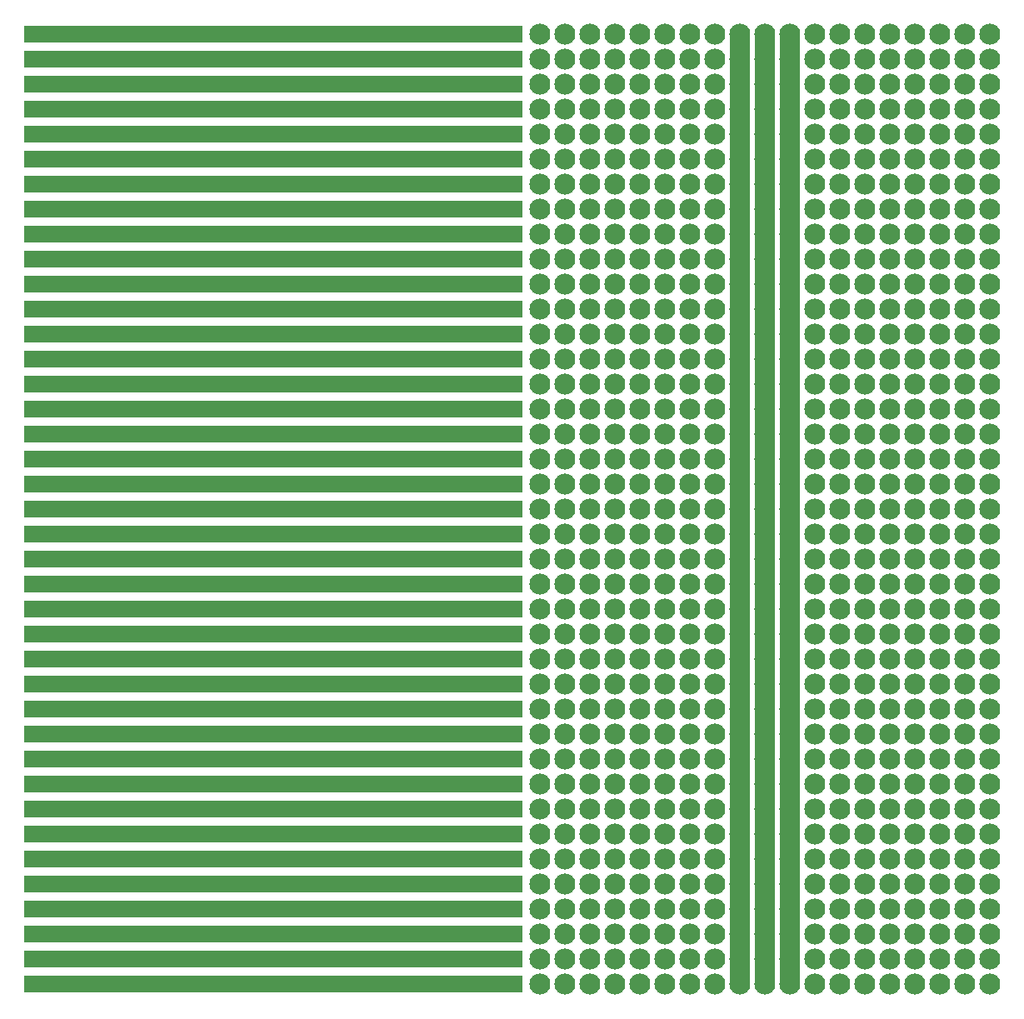
<source format=gts>
G75*
%MOIN*%
%OFA0B0*%
%FSLAX24Y24*%
%IPPOS*%
%LPD*%
%AMOC8*
5,1,8,0,0,1.08239X$1,22.5*
%
%ADD10R,1.9941X0.0681*%
%ADD11R,0.0846X3.8051*%
%ADD12C,0.0840*%
D10*
X010268Y000910D03*
X010268Y001910D03*
X010268Y002910D03*
X010268Y003910D03*
X010268Y004910D03*
X010268Y005910D03*
X010268Y006910D03*
X010268Y007910D03*
X010268Y008910D03*
X010268Y009910D03*
X010268Y010910D03*
X010268Y011910D03*
X010268Y012910D03*
X010268Y013910D03*
X010268Y014910D03*
X010268Y015910D03*
X010268Y016910D03*
X010268Y017910D03*
X010268Y018910D03*
X010268Y019910D03*
X010268Y020910D03*
X010268Y021910D03*
X010268Y022910D03*
X010268Y023910D03*
X010268Y024910D03*
X010268Y025910D03*
X010268Y026910D03*
X010268Y027910D03*
X010268Y028910D03*
X010268Y029910D03*
X010268Y030910D03*
X010268Y031910D03*
X010268Y032910D03*
X010268Y033910D03*
X010268Y034910D03*
X010268Y035910D03*
X010268Y036910D03*
X010268Y037910D03*
X010268Y038910D03*
D11*
X028910Y019914D03*
X029910Y019914D03*
X030910Y019914D03*
D12*
X030910Y019910D03*
X030910Y020910D03*
X029910Y020910D03*
X029910Y019910D03*
X029910Y018910D03*
X029910Y017910D03*
X030910Y017910D03*
X030910Y018910D03*
X031910Y018910D03*
X031910Y017910D03*
X032910Y017910D03*
X032910Y018910D03*
X032910Y019910D03*
X032910Y020910D03*
X031910Y020910D03*
X031910Y019910D03*
X031910Y021910D03*
X031910Y022910D03*
X032910Y022910D03*
X032910Y021910D03*
X033910Y021910D03*
X033910Y022910D03*
X034910Y022910D03*
X034910Y021910D03*
X034910Y020910D03*
X034910Y019910D03*
X033910Y019910D03*
X033910Y020910D03*
X033910Y018910D03*
X033910Y017910D03*
X034910Y017910D03*
X034910Y018910D03*
X035910Y018910D03*
X035910Y017910D03*
X036910Y017910D03*
X036910Y018910D03*
X036910Y019910D03*
X036910Y020910D03*
X035910Y020910D03*
X035910Y019910D03*
X035910Y021910D03*
X035910Y022910D03*
X036910Y022910D03*
X036910Y021910D03*
X037910Y021910D03*
X037910Y022910D03*
X037910Y023910D03*
X037910Y024910D03*
X037910Y025910D03*
X037910Y026910D03*
X037910Y027910D03*
X037910Y028910D03*
X037910Y029910D03*
X037910Y030910D03*
X037910Y031910D03*
X037910Y032910D03*
X037910Y033910D03*
X037910Y034910D03*
X037910Y035910D03*
X037910Y036910D03*
X037910Y037910D03*
X037910Y038910D03*
X036910Y038910D03*
X035910Y038910D03*
X035910Y037910D03*
X036910Y037910D03*
X036910Y036910D03*
X036910Y035910D03*
X035910Y035910D03*
X035910Y036910D03*
X034910Y036910D03*
X034910Y035910D03*
X033910Y035910D03*
X033910Y036910D03*
X033910Y037910D03*
X034910Y037910D03*
X034910Y038910D03*
X033910Y038910D03*
X032910Y038910D03*
X031910Y038910D03*
X031910Y037910D03*
X032910Y037910D03*
X032910Y036910D03*
X032910Y035910D03*
X031910Y035910D03*
X031910Y036910D03*
X030910Y036910D03*
X030910Y035910D03*
X029910Y035910D03*
X029910Y036910D03*
X029910Y037910D03*
X030910Y037910D03*
X030910Y038910D03*
X029910Y038910D03*
X028910Y038910D03*
X027910Y038910D03*
X027910Y037910D03*
X028910Y037910D03*
X028910Y036910D03*
X028910Y035910D03*
X027910Y035910D03*
X027910Y036910D03*
X026910Y036910D03*
X026910Y035910D03*
X025910Y035910D03*
X025910Y036910D03*
X025910Y037910D03*
X026910Y037910D03*
X026910Y038910D03*
X025910Y038910D03*
X024910Y038910D03*
X023910Y038910D03*
X023910Y037910D03*
X024910Y037910D03*
X024910Y036910D03*
X024910Y035910D03*
X023910Y035910D03*
X023910Y036910D03*
X022910Y036910D03*
X022910Y035910D03*
X021910Y035910D03*
X021910Y036910D03*
X021910Y037910D03*
X022910Y037910D03*
X022910Y038910D03*
X021910Y038910D03*
X020910Y038910D03*
X020910Y037910D03*
X020910Y036910D03*
X020910Y035910D03*
X020910Y034910D03*
X020910Y033910D03*
X020910Y032910D03*
X020910Y031910D03*
X020910Y030910D03*
X020910Y029910D03*
X020910Y028910D03*
X020910Y027910D03*
X020910Y026910D03*
X020910Y025910D03*
X020910Y024910D03*
X020910Y023910D03*
X020910Y022910D03*
X020910Y021910D03*
X020910Y020910D03*
X020910Y019910D03*
X020910Y018910D03*
X020910Y017910D03*
X020910Y016910D03*
X020910Y015910D03*
X020910Y014910D03*
X020910Y013910D03*
X020910Y012910D03*
X020910Y011910D03*
X020910Y010910D03*
X020910Y009910D03*
X020910Y008910D03*
X020910Y007910D03*
X020910Y006910D03*
X020910Y005910D03*
X020910Y004910D03*
X020910Y003910D03*
X020910Y002910D03*
X020910Y001910D03*
X020910Y000910D03*
X021910Y000910D03*
X021910Y001910D03*
X022910Y001910D03*
X022910Y000910D03*
X023910Y000910D03*
X023910Y001910D03*
X024910Y001910D03*
X024910Y000910D03*
X025910Y000910D03*
X025910Y001910D03*
X026910Y001910D03*
X026910Y000910D03*
X027910Y000910D03*
X027910Y001910D03*
X028910Y001910D03*
X028910Y000910D03*
X029910Y000910D03*
X029910Y001910D03*
X030910Y001910D03*
X030910Y000910D03*
X031910Y000910D03*
X031910Y001910D03*
X032910Y001910D03*
X032910Y000910D03*
X033910Y000910D03*
X033910Y001910D03*
X034910Y001910D03*
X034910Y000910D03*
X035910Y000910D03*
X035910Y001910D03*
X036910Y001910D03*
X036910Y000910D03*
X037910Y000910D03*
X037910Y001910D03*
X037910Y002910D03*
X037910Y003910D03*
X037910Y004910D03*
X037910Y005910D03*
X037910Y006910D03*
X037910Y007910D03*
X037910Y008910D03*
X037910Y009910D03*
X037910Y010910D03*
X037910Y011910D03*
X037910Y012910D03*
X037910Y013910D03*
X037910Y014910D03*
X037910Y015910D03*
X037910Y016910D03*
X037910Y017910D03*
X037910Y018910D03*
X037910Y019910D03*
X037910Y020910D03*
X038910Y020910D03*
X038910Y019910D03*
X038910Y018910D03*
X038910Y017910D03*
X038910Y016910D03*
X038910Y015910D03*
X038910Y014910D03*
X038910Y013910D03*
X038910Y012910D03*
X038910Y011910D03*
X038910Y010910D03*
X038910Y009910D03*
X038910Y008910D03*
X038910Y007910D03*
X038910Y006910D03*
X038910Y005910D03*
X038910Y004910D03*
X038910Y003910D03*
X038910Y002910D03*
X038910Y001910D03*
X038910Y000910D03*
X036910Y002910D03*
X036910Y003910D03*
X035910Y003910D03*
X035910Y002910D03*
X034910Y002910D03*
X034910Y003910D03*
X033910Y003910D03*
X033910Y002910D03*
X032910Y002910D03*
X032910Y003910D03*
X031910Y003910D03*
X031910Y002910D03*
X030910Y002910D03*
X030910Y003910D03*
X029910Y003910D03*
X029910Y002910D03*
X028910Y002910D03*
X028910Y003910D03*
X027910Y003910D03*
X027910Y002910D03*
X026910Y002910D03*
X026910Y003910D03*
X025910Y003910D03*
X025910Y002910D03*
X024910Y002910D03*
X024910Y003910D03*
X023910Y003910D03*
X023910Y002910D03*
X022910Y002910D03*
X022910Y003910D03*
X021910Y003910D03*
X021910Y002910D03*
X021910Y004910D03*
X021910Y005910D03*
X022910Y005910D03*
X022910Y004910D03*
X023910Y004910D03*
X023910Y005910D03*
X024910Y005910D03*
X024910Y004910D03*
X025910Y004910D03*
X025910Y005910D03*
X026910Y005910D03*
X026910Y004910D03*
X027910Y004910D03*
X027910Y005910D03*
X028910Y005910D03*
X028910Y004910D03*
X029910Y004910D03*
X029910Y005910D03*
X030910Y005910D03*
X030910Y004910D03*
X031910Y004910D03*
X031910Y005910D03*
X032910Y005910D03*
X032910Y004910D03*
X033910Y004910D03*
X033910Y005910D03*
X034910Y005910D03*
X034910Y004910D03*
X035910Y004910D03*
X035910Y005910D03*
X036910Y005910D03*
X036910Y004910D03*
X036910Y006910D03*
X036910Y007910D03*
X035910Y007910D03*
X035910Y006910D03*
X034910Y006910D03*
X034910Y007910D03*
X033910Y007910D03*
X033910Y006910D03*
X032910Y006910D03*
X032910Y007910D03*
X031910Y007910D03*
X031910Y006910D03*
X030910Y006910D03*
X030910Y007910D03*
X029910Y007910D03*
X029910Y006910D03*
X028910Y006910D03*
X028910Y007910D03*
X027910Y007910D03*
X027910Y006910D03*
X026910Y006910D03*
X026910Y007910D03*
X025910Y007910D03*
X025910Y006910D03*
X024910Y006910D03*
X024910Y007910D03*
X023910Y007910D03*
X023910Y006910D03*
X022910Y006910D03*
X022910Y007910D03*
X021910Y007910D03*
X021910Y006910D03*
X021910Y008910D03*
X021910Y009910D03*
X022910Y009910D03*
X022910Y008910D03*
X023910Y008910D03*
X023910Y009910D03*
X024910Y009910D03*
X024910Y008910D03*
X025910Y008910D03*
X025910Y009910D03*
X026910Y009910D03*
X026910Y008910D03*
X027910Y008910D03*
X027910Y009910D03*
X028910Y009910D03*
X028910Y008910D03*
X029910Y008910D03*
X029910Y009910D03*
X030910Y009910D03*
X030910Y008910D03*
X031910Y008910D03*
X031910Y009910D03*
X032910Y009910D03*
X032910Y008910D03*
X033910Y008910D03*
X033910Y009910D03*
X034910Y009910D03*
X034910Y008910D03*
X035910Y008910D03*
X035910Y009910D03*
X036910Y009910D03*
X036910Y008910D03*
X036910Y010910D03*
X035910Y010910D03*
X035910Y011910D03*
X035910Y012910D03*
X036910Y012910D03*
X036910Y011910D03*
X036910Y013910D03*
X036910Y014910D03*
X035910Y014910D03*
X035910Y013910D03*
X034910Y013910D03*
X034910Y014910D03*
X033910Y014910D03*
X033910Y013910D03*
X033910Y012910D03*
X033910Y011910D03*
X034910Y011910D03*
X034910Y012910D03*
X034910Y010910D03*
X033910Y010910D03*
X032910Y010910D03*
X031910Y010910D03*
X031910Y011910D03*
X031910Y012910D03*
X032910Y012910D03*
X032910Y011910D03*
X032910Y013910D03*
X032910Y014910D03*
X031910Y014910D03*
X031910Y013910D03*
X030910Y013910D03*
X030910Y014910D03*
X029910Y014910D03*
X029910Y013910D03*
X029910Y012910D03*
X029910Y011910D03*
X030910Y011910D03*
X030910Y012910D03*
X030910Y010910D03*
X029910Y010910D03*
X028910Y010910D03*
X027910Y010910D03*
X027910Y011910D03*
X027910Y012910D03*
X028910Y012910D03*
X028910Y011910D03*
X028910Y013910D03*
X028910Y014910D03*
X027910Y014910D03*
X027910Y013910D03*
X026910Y013910D03*
X026910Y014910D03*
X025910Y014910D03*
X025910Y013910D03*
X025910Y012910D03*
X025910Y011910D03*
X026910Y011910D03*
X026910Y012910D03*
X026910Y010910D03*
X025910Y010910D03*
X024910Y010910D03*
X023910Y010910D03*
X023910Y011910D03*
X023910Y012910D03*
X024910Y012910D03*
X024910Y011910D03*
X024910Y013910D03*
X024910Y014910D03*
X023910Y014910D03*
X023910Y013910D03*
X022910Y013910D03*
X022910Y014910D03*
X021910Y014910D03*
X021910Y013910D03*
X021910Y012910D03*
X021910Y011910D03*
X022910Y011910D03*
X022910Y012910D03*
X022910Y010910D03*
X021910Y010910D03*
X021910Y015910D03*
X021910Y016910D03*
X022910Y016910D03*
X022910Y015910D03*
X023910Y015910D03*
X023910Y016910D03*
X024910Y016910D03*
X024910Y015910D03*
X025910Y015910D03*
X025910Y016910D03*
X026910Y016910D03*
X026910Y015910D03*
X027910Y015910D03*
X027910Y016910D03*
X028910Y016910D03*
X028910Y015910D03*
X029910Y015910D03*
X029910Y016910D03*
X030910Y016910D03*
X030910Y015910D03*
X031910Y015910D03*
X031910Y016910D03*
X032910Y016910D03*
X032910Y015910D03*
X033910Y015910D03*
X033910Y016910D03*
X034910Y016910D03*
X034910Y015910D03*
X035910Y015910D03*
X035910Y016910D03*
X036910Y016910D03*
X036910Y015910D03*
X038910Y021910D03*
X038910Y022910D03*
X038910Y023910D03*
X038910Y024910D03*
X038910Y025910D03*
X038910Y026910D03*
X038910Y027910D03*
X038910Y028910D03*
X038910Y029910D03*
X038910Y030910D03*
X038910Y031910D03*
X038910Y032910D03*
X038910Y033910D03*
X038910Y034910D03*
X038910Y035910D03*
X038910Y036910D03*
X038910Y037910D03*
X038910Y038910D03*
X036910Y034910D03*
X036910Y033910D03*
X035910Y033910D03*
X035910Y034910D03*
X034910Y034910D03*
X034910Y033910D03*
X033910Y033910D03*
X033910Y034910D03*
X032910Y034910D03*
X032910Y033910D03*
X031910Y033910D03*
X031910Y034910D03*
X030910Y034910D03*
X030910Y033910D03*
X029910Y033910D03*
X029910Y034910D03*
X028910Y034910D03*
X028910Y033910D03*
X027910Y033910D03*
X027910Y034910D03*
X026910Y034910D03*
X026910Y033910D03*
X025910Y033910D03*
X025910Y034910D03*
X024910Y034910D03*
X024910Y033910D03*
X023910Y033910D03*
X023910Y034910D03*
X022910Y034910D03*
X022910Y033910D03*
X021910Y033910D03*
X021910Y034910D03*
X021910Y032910D03*
X021910Y031910D03*
X022910Y031910D03*
X022910Y032910D03*
X023910Y032910D03*
X023910Y031910D03*
X024910Y031910D03*
X024910Y032910D03*
X025910Y032910D03*
X025910Y031910D03*
X026910Y031910D03*
X026910Y032910D03*
X027910Y032910D03*
X027910Y031910D03*
X028910Y031910D03*
X028910Y032910D03*
X029910Y032910D03*
X029910Y031910D03*
X030910Y031910D03*
X030910Y032910D03*
X031910Y032910D03*
X031910Y031910D03*
X032910Y031910D03*
X032910Y032910D03*
X033910Y032910D03*
X033910Y031910D03*
X034910Y031910D03*
X034910Y032910D03*
X035910Y032910D03*
X035910Y031910D03*
X036910Y031910D03*
X036910Y032910D03*
X036910Y030910D03*
X036910Y029910D03*
X035910Y029910D03*
X035910Y030910D03*
X034910Y030910D03*
X034910Y029910D03*
X033910Y029910D03*
X033910Y030910D03*
X032910Y030910D03*
X032910Y029910D03*
X031910Y029910D03*
X031910Y030910D03*
X030910Y030910D03*
X030910Y029910D03*
X029910Y029910D03*
X029910Y030910D03*
X028910Y030910D03*
X028910Y029910D03*
X027910Y029910D03*
X027910Y030910D03*
X026910Y030910D03*
X026910Y029910D03*
X025910Y029910D03*
X025910Y030910D03*
X024910Y030910D03*
X024910Y029910D03*
X023910Y029910D03*
X023910Y030910D03*
X022910Y030910D03*
X022910Y029910D03*
X021910Y029910D03*
X021910Y030910D03*
X021910Y028910D03*
X021910Y027910D03*
X022910Y027910D03*
X022910Y028910D03*
X023910Y028910D03*
X023910Y027910D03*
X024910Y027910D03*
X024910Y028910D03*
X025910Y028910D03*
X025910Y027910D03*
X026910Y027910D03*
X026910Y028910D03*
X027910Y028910D03*
X027910Y027910D03*
X028910Y027910D03*
X028910Y028910D03*
X029910Y028910D03*
X029910Y027910D03*
X030910Y027910D03*
X030910Y028910D03*
X031910Y028910D03*
X031910Y027910D03*
X032910Y027910D03*
X032910Y028910D03*
X033910Y028910D03*
X033910Y027910D03*
X034910Y027910D03*
X034910Y028910D03*
X035910Y028910D03*
X035910Y027910D03*
X036910Y027910D03*
X036910Y028910D03*
X036910Y026910D03*
X036910Y025910D03*
X035910Y025910D03*
X035910Y026910D03*
X034910Y026910D03*
X034910Y025910D03*
X033910Y025910D03*
X033910Y026910D03*
X032910Y026910D03*
X032910Y025910D03*
X031910Y025910D03*
X031910Y026910D03*
X030910Y026910D03*
X030910Y025910D03*
X029910Y025910D03*
X029910Y026910D03*
X028910Y026910D03*
X028910Y025910D03*
X027910Y025910D03*
X027910Y026910D03*
X026910Y026910D03*
X026910Y025910D03*
X025910Y025910D03*
X025910Y026910D03*
X024910Y026910D03*
X024910Y025910D03*
X023910Y025910D03*
X023910Y026910D03*
X022910Y026910D03*
X022910Y025910D03*
X021910Y025910D03*
X021910Y026910D03*
X021910Y024910D03*
X021910Y023910D03*
X022910Y023910D03*
X022910Y024910D03*
X023910Y024910D03*
X023910Y023910D03*
X024910Y023910D03*
X024910Y024910D03*
X025910Y024910D03*
X025910Y023910D03*
X026910Y023910D03*
X026910Y024910D03*
X027910Y024910D03*
X027910Y023910D03*
X028910Y023910D03*
X028910Y024910D03*
X029910Y024910D03*
X029910Y023910D03*
X030910Y023910D03*
X030910Y024910D03*
X031910Y024910D03*
X031910Y023910D03*
X032910Y023910D03*
X032910Y024910D03*
X033910Y024910D03*
X033910Y023910D03*
X034910Y023910D03*
X034910Y024910D03*
X035910Y024910D03*
X035910Y023910D03*
X036910Y023910D03*
X036910Y024910D03*
X030910Y022910D03*
X030910Y021910D03*
X029910Y021910D03*
X029910Y022910D03*
X028910Y022910D03*
X028910Y021910D03*
X027910Y021910D03*
X027910Y022910D03*
X026910Y022910D03*
X026910Y021910D03*
X025910Y021910D03*
X025910Y022910D03*
X024910Y022910D03*
X024910Y021910D03*
X023910Y021910D03*
X023910Y022910D03*
X022910Y022910D03*
X022910Y021910D03*
X021910Y021910D03*
X021910Y022910D03*
X021910Y020910D03*
X021910Y019910D03*
X022910Y019910D03*
X022910Y020910D03*
X023910Y020910D03*
X023910Y019910D03*
X024910Y019910D03*
X024910Y020910D03*
X025910Y020910D03*
X025910Y019910D03*
X026910Y019910D03*
X026910Y020910D03*
X027910Y020910D03*
X027910Y019910D03*
X028910Y019910D03*
X028910Y020910D03*
X028910Y018910D03*
X028910Y017910D03*
X027910Y017910D03*
X027910Y018910D03*
X026910Y018910D03*
X026910Y017910D03*
X025910Y017910D03*
X025910Y018910D03*
X024910Y018910D03*
X024910Y017910D03*
X023910Y017910D03*
X023910Y018910D03*
X022910Y018910D03*
X022910Y017910D03*
X021910Y017910D03*
X021910Y018910D03*
M02*

</source>
